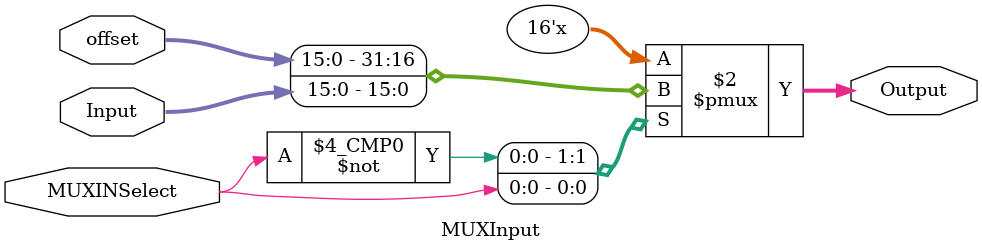
<source format=v>
module MUXInput(MUXINSelect, offset, Input, Output);

	input MUXINSelect;
	input [15:0] offset, Input;
	output reg [15:0] Output;
	
	always @ (*) begin
		
		case (MUXINSelect)
			1'b0 : Output = offset;
			1'b1 : Output = Input;
		endcase
		
	end
	
endmodule
</source>
